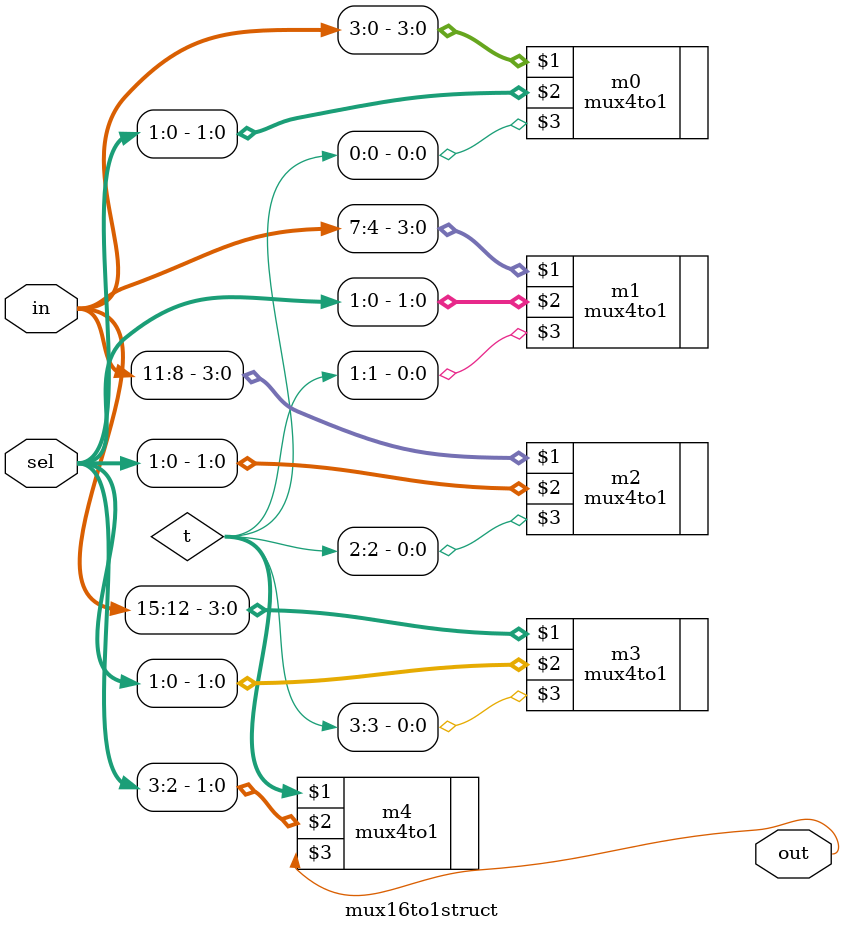
<source format=v>
module mux16to1struct (in, sel, out);
    input [15:0]in;
    input [3:0]sel;
    output out;
    wire [3:0]t;

    mux4to1 m0(in[3:0], sel[1:0], t[0]);
    mux4to1 m1(in[7:4], sel[1:0], t[1]);
    mux4to1 m2(in[11:8], sel[1:0], t[2]);
    mux4to1 m3(in[15:12], sel[1:0], t[3]);
    mux4to1 m4(t, sel[3:2], out);
endmodule
</source>
